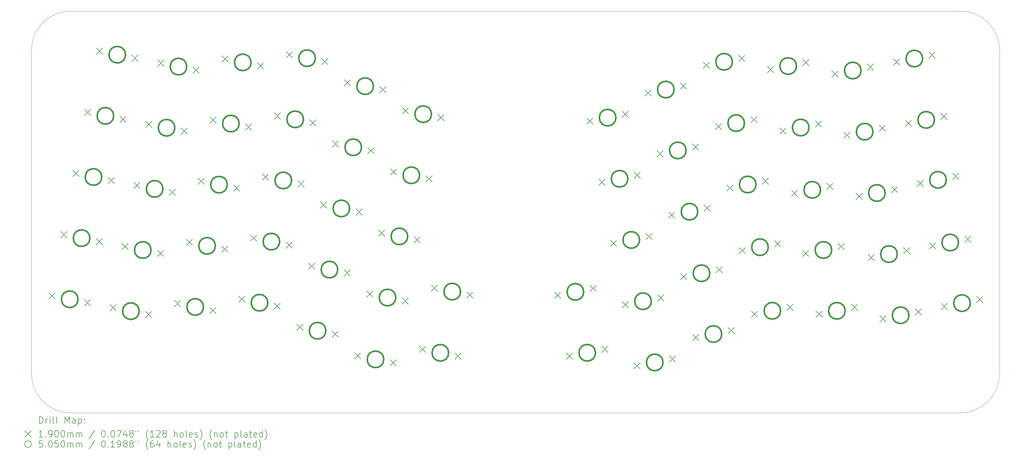
<source format=gbr>
%TF.GenerationSoftware,KiCad,Pcbnew,7.0.1-0*%
%TF.CreationDate,2024-04-28T15:56:18-07:00*%
%TF.ProjectId,swing-atreus,7377696e-672d-4617-9472-6575732e6b69,rev?*%
%TF.SameCoordinates,Original*%
%TF.FileFunction,Drillmap*%
%TF.FilePolarity,Positive*%
%FSLAX45Y45*%
G04 Gerber Fmt 4.5, Leading zero omitted, Abs format (unit mm)*
G04 Created by KiCad (PCBNEW 7.0.1-0) date 2024-04-28 15:56:18*
%MOMM*%
%LPD*%
G01*
G04 APERTURE LIST*
%ADD10C,0.050000*%
%ADD11C,0.200000*%
%ADD12C,0.190000*%
%ADD13C,0.505000*%
G04 APERTURE END LIST*
D10*
X7821472Y-5968972D02*
G75*
G03*
X6621472Y-7168972I0J-1200000D01*
G01*
X36138972Y-7168972D02*
G75*
G03*
X34938972Y-5968972I-1200000J0D01*
G01*
X7821472Y-5968972D02*
X34938972Y-5968972D01*
X6621472Y-17031472D02*
G75*
G03*
X7821472Y-18231472I1200000J0D01*
G01*
X6621472Y-17031472D02*
X6621472Y-7168972D01*
X34938972Y-18231472D02*
G75*
G03*
X36138972Y-17031472I0J1200000D01*
G01*
X36138972Y-7168972D02*
X36138972Y-17031472D01*
X34938972Y-18231472D02*
X7821472Y-18231472D01*
D11*
D12*
X7155723Y-14563672D02*
X7345723Y-14753672D01*
X7345723Y-14563672D02*
X7155723Y-14753672D01*
X7518260Y-12698580D02*
X7708260Y-12888580D01*
X7708260Y-12698580D02*
X7518260Y-12888580D01*
X7880797Y-10833489D02*
X8070797Y-11023489D01*
X8070797Y-10833489D02*
X7880797Y-11023489D01*
X8235513Y-14773562D02*
X8425513Y-14963562D01*
X8425513Y-14773562D02*
X8235513Y-14963562D01*
X8243334Y-8968397D02*
X8433335Y-9158397D01*
X8433335Y-8968397D02*
X8243334Y-9158397D01*
X8598050Y-12908470D02*
X8788050Y-13098470D01*
X8788050Y-12908470D02*
X8598050Y-13098470D01*
X8605872Y-7103305D02*
X8795872Y-7293305D01*
X8795872Y-7103305D02*
X8605872Y-7293305D01*
X8960588Y-11043378D02*
X9150588Y-11233378D01*
X9150588Y-11043378D02*
X8960588Y-11233378D01*
X9020815Y-14926209D02*
X9210815Y-15116209D01*
X9210815Y-14926209D02*
X9020815Y-15116209D01*
X9323125Y-9178287D02*
X9513125Y-9368287D01*
X9513125Y-9178287D02*
X9323125Y-9368287D01*
X9383352Y-13061117D02*
X9573352Y-13251117D01*
X9573352Y-13061117D02*
X9383352Y-13251117D01*
X9685662Y-7313195D02*
X9875662Y-7503195D01*
X9875662Y-7313195D02*
X9685662Y-7503195D01*
X9745889Y-11196026D02*
X9935889Y-11386026D01*
X9935889Y-11196026D02*
X9745889Y-11386026D01*
X10100605Y-15136099D02*
X10290605Y-15326099D01*
X10290605Y-15136099D02*
X10100605Y-15326099D01*
X10108426Y-9330934D02*
X10298426Y-9520934D01*
X10298426Y-9330934D02*
X10108426Y-9520934D01*
X10463142Y-13271007D02*
X10653142Y-13461007D01*
X10653142Y-13271007D02*
X10463142Y-13461007D01*
X10470963Y-7465842D02*
X10660963Y-7655842D01*
X10660963Y-7465842D02*
X10470963Y-7655842D01*
X10825679Y-11405915D02*
X11015679Y-11595915D01*
X11015679Y-11405915D02*
X10825679Y-11595915D01*
X10981311Y-14797932D02*
X11171311Y-14987932D01*
X11171311Y-14797932D02*
X10981311Y-14987932D01*
X11188216Y-9540824D02*
X11378216Y-9730824D01*
X11378216Y-9540824D02*
X11188216Y-9730824D01*
X11343848Y-12932841D02*
X11533848Y-13122841D01*
X11533848Y-12932841D02*
X11343848Y-13122841D01*
X11550753Y-7675732D02*
X11740753Y-7865732D01*
X11740753Y-7675732D02*
X11550753Y-7865732D01*
X11706385Y-11067749D02*
X11896385Y-11257749D01*
X11896385Y-11067749D02*
X11706385Y-11257749D01*
X12061101Y-15007822D02*
X12251101Y-15197822D01*
X12251101Y-15007822D02*
X12061101Y-15197822D01*
X12068922Y-9202657D02*
X12258922Y-9392657D01*
X12258922Y-9202657D02*
X12068922Y-9392657D01*
X12423638Y-13142730D02*
X12613638Y-13332730D01*
X12613638Y-13142730D02*
X12423638Y-13332730D01*
X12431459Y-7337566D02*
X12621459Y-7527566D01*
X12621459Y-7337566D02*
X12431459Y-7527566D01*
X12786175Y-11277639D02*
X12976175Y-11467639D01*
X12976175Y-11277639D02*
X12786175Y-11467639D01*
X12941807Y-14669656D02*
X13131807Y-14859656D01*
X13131807Y-14669656D02*
X12941807Y-14859656D01*
X13148712Y-9412547D02*
X13338712Y-9602547D01*
X13338712Y-9412547D02*
X13148712Y-9602547D01*
X13304344Y-12804564D02*
X13494344Y-12994564D01*
X13494344Y-12804564D02*
X13304344Y-12994564D01*
X13511249Y-7547456D02*
X13701249Y-7737456D01*
X13701249Y-7547456D02*
X13511249Y-7737456D01*
X13666881Y-10939473D02*
X13856881Y-11129473D01*
X13856881Y-10939473D02*
X13666881Y-11129473D01*
X14021597Y-14879546D02*
X14211597Y-15069546D01*
X14211597Y-14879546D02*
X14021597Y-15069546D01*
X14029418Y-9074381D02*
X14219418Y-9264381D01*
X14219418Y-9074381D02*
X14029418Y-9264381D01*
X14384134Y-13014454D02*
X14574134Y-13204454D01*
X14574134Y-13014454D02*
X14384134Y-13204454D01*
X14391956Y-7209289D02*
X14581956Y-7399289D01*
X14581956Y-7209289D02*
X14391956Y-7399289D01*
X14711494Y-15523007D02*
X14901494Y-15713007D01*
X14901494Y-15523007D02*
X14711494Y-15713007D01*
X14746671Y-11149362D02*
X14936671Y-11339362D01*
X14936671Y-11149362D02*
X14746671Y-11339362D01*
X15074031Y-13657915D02*
X15264031Y-13847915D01*
X15264031Y-13657915D02*
X15074031Y-13847915D01*
X15109208Y-9284271D02*
X15299208Y-9474271D01*
X15299208Y-9284271D02*
X15109208Y-9474271D01*
X15436568Y-11792823D02*
X15626568Y-11982823D01*
X15626568Y-11792823D02*
X15436568Y-11982823D01*
X15471746Y-7419179D02*
X15661746Y-7609179D01*
X15661746Y-7419179D02*
X15471746Y-7609179D01*
X15791284Y-15732896D02*
X15981284Y-15922896D01*
X15981284Y-15732896D02*
X15791284Y-15922896D01*
X15799106Y-9927732D02*
X15989106Y-10117732D01*
X15989106Y-9927732D02*
X15799106Y-10117732D01*
X16153821Y-13867805D02*
X16343821Y-14057805D01*
X16343821Y-13867805D02*
X16153821Y-14057805D01*
X16161643Y-8062640D02*
X16351643Y-8252640D01*
X16351643Y-8062640D02*
X16161643Y-8252640D01*
X16477365Y-16395990D02*
X16667365Y-16585990D01*
X16667365Y-16395990D02*
X16477365Y-16585990D01*
X16516358Y-12002713D02*
X16706358Y-12192713D01*
X16706358Y-12002713D02*
X16516358Y-12192713D01*
X16843719Y-14511266D02*
X17033719Y-14701266D01*
X17033719Y-14511266D02*
X16843719Y-14701266D01*
X16878896Y-10137621D02*
X17068896Y-10327621D01*
X17068896Y-10137621D02*
X16878896Y-10327621D01*
X17206256Y-12646174D02*
X17396256Y-12836174D01*
X17396256Y-12646174D02*
X17206256Y-12836174D01*
X17241433Y-8272530D02*
X17431433Y-8462530D01*
X17431433Y-8272530D02*
X17241433Y-8462530D01*
X17557155Y-16605880D02*
X17747155Y-16795880D01*
X17747155Y-16605880D02*
X17557155Y-16795880D01*
X17568793Y-10781082D02*
X17758793Y-10971082D01*
X17758793Y-10781082D02*
X17568793Y-10971082D01*
X17923509Y-14721155D02*
X18113509Y-14911155D01*
X18113509Y-14721155D02*
X17923509Y-14911155D01*
X17931330Y-8915991D02*
X18121330Y-9105991D01*
X18121330Y-8915991D02*
X17931330Y-9105991D01*
X18286046Y-12856064D02*
X18476046Y-13046064D01*
X18476046Y-12856064D02*
X18286046Y-13046064D01*
X18454149Y-16197022D02*
X18644149Y-16387022D01*
X18644149Y-16197022D02*
X18454149Y-16387022D01*
X18648583Y-10990972D02*
X18838583Y-11180972D01*
X18838583Y-10990972D02*
X18648583Y-11180972D01*
X18817163Y-14329477D02*
X19007163Y-14519477D01*
X19007163Y-14329477D02*
X18817163Y-14519477D01*
X19011120Y-9125880D02*
X19201120Y-9315880D01*
X19201120Y-9125880D02*
X19011120Y-9315880D01*
X19533939Y-16406912D02*
X19723939Y-16596912D01*
X19723939Y-16406912D02*
X19533939Y-16596912D01*
X19896953Y-14539366D02*
X20086953Y-14729366D01*
X20086953Y-14539366D02*
X19896953Y-14729366D01*
X22570404Y-14548077D02*
X22760404Y-14738077D01*
X22760404Y-14548077D02*
X22570404Y-14738077D01*
X22931510Y-16405806D02*
X23121510Y-16595806D01*
X23121510Y-16405806D02*
X22931510Y-16595806D01*
X23554257Y-9232690D02*
X23744257Y-9422690D01*
X23744257Y-9232690D02*
X23554257Y-9422690D01*
X23650194Y-14338187D02*
X23840194Y-14528187D01*
X23840194Y-14338187D02*
X23650194Y-14528187D01*
X23919248Y-11097305D02*
X24109248Y-11287305D01*
X24109248Y-11097305D02*
X23919248Y-11287305D01*
X24011300Y-16195916D02*
X24201300Y-16385916D01*
X24201300Y-16195916D02*
X24011300Y-16385916D01*
X24274423Y-12963828D02*
X24464423Y-13153828D01*
X24464423Y-12963828D02*
X24274423Y-13153828D01*
X24632529Y-14832327D02*
X24822529Y-15022327D01*
X24822529Y-14832327D02*
X24632529Y-15022327D01*
X24634047Y-9022800D02*
X24824047Y-9212800D01*
X24824047Y-9022800D02*
X24634047Y-9212800D01*
X24990635Y-16700827D02*
X25180635Y-16890827D01*
X25180635Y-16700827D02*
X24990635Y-16890827D01*
X24999038Y-10887415D02*
X25189038Y-11077415D01*
X25189038Y-10887415D02*
X24999038Y-11077415D01*
X25328375Y-8375931D02*
X25518375Y-8565931D01*
X25518375Y-8375931D02*
X25328375Y-8565931D01*
X25354213Y-12753938D02*
X25544213Y-12943938D01*
X25544213Y-12753938D02*
X25354213Y-12943938D01*
X25694389Y-10232707D02*
X25884389Y-10422707D01*
X25884389Y-10232707D02*
X25694389Y-10422707D01*
X25712319Y-14622437D02*
X25902319Y-14812437D01*
X25902319Y-14622437D02*
X25712319Y-14812437D01*
X26050041Y-12101684D02*
X26240041Y-12291684D01*
X26240041Y-12101684D02*
X26050041Y-12291684D01*
X26070425Y-16490937D02*
X26260425Y-16680937D01*
X26260425Y-16490937D02*
X26070425Y-16680937D01*
X26408165Y-8166042D02*
X26598165Y-8356042D01*
X26598165Y-8166042D02*
X26408165Y-8356042D01*
X26414963Y-13979046D02*
X26604963Y-14169046D01*
X26604963Y-13979046D02*
X26414963Y-14169046D01*
X26774179Y-10022817D02*
X26964179Y-10212817D01*
X26964179Y-10022817D02*
X26774179Y-10212817D01*
X26780500Y-15833367D02*
X26970500Y-16023367D01*
X26970500Y-15833367D02*
X26780500Y-16023367D01*
X27104401Y-7528989D02*
X27294401Y-7718989D01*
X27294401Y-7528989D02*
X27104401Y-7718989D01*
X27129831Y-11891794D02*
X27319831Y-12081794D01*
X27319831Y-11891794D02*
X27129831Y-12081794D01*
X27473278Y-9400489D02*
X27663278Y-9590489D01*
X27663278Y-9400489D02*
X27473278Y-9590489D01*
X27494753Y-13769156D02*
X27684753Y-13959156D01*
X27684753Y-13769156D02*
X27494753Y-13959156D01*
X27824498Y-11272874D02*
X28014498Y-11462874D01*
X28014498Y-11272874D02*
X27824498Y-11462874D01*
X27860290Y-15623477D02*
X28050290Y-15813477D01*
X28050290Y-15623477D02*
X27860290Y-15813477D01*
X28184191Y-7319099D02*
X28374191Y-7509099D01*
X28374191Y-7319099D02*
X28184191Y-7509099D01*
X28198553Y-13184115D02*
X28388553Y-13374115D01*
X28388553Y-13184115D02*
X28198553Y-13374115D01*
X28553068Y-9190599D02*
X28743068Y-9380599D01*
X28743068Y-9190599D02*
X28553068Y-9380599D01*
X28575878Y-15125283D02*
X28765878Y-15315283D01*
X28765878Y-15125283D02*
X28575878Y-15315283D01*
X28904288Y-11062984D02*
X29094288Y-11252984D01*
X29094288Y-11062984D02*
X28904288Y-11252984D01*
X29057535Y-7658696D02*
X29247535Y-7848696D01*
X29247535Y-7658696D02*
X29057535Y-7848696D01*
X29278343Y-12974226D02*
X29468343Y-13164226D01*
X29468343Y-12974226D02*
X29278343Y-13164226D01*
X29440113Y-9535173D02*
X29630113Y-9725173D01*
X29630113Y-9535173D02*
X29440113Y-9725173D01*
X29655668Y-14915393D02*
X29845668Y-15105393D01*
X29845668Y-14915393D02*
X29655668Y-15105393D01*
X29791673Y-11435507D02*
X29981673Y-11625507D01*
X29981673Y-11435507D02*
X29791673Y-11625507D01*
X30132807Y-13269104D02*
X30322807Y-13459104D01*
X30322807Y-13269104D02*
X30132807Y-13459104D01*
X30137325Y-7448807D02*
X30327325Y-7638807D01*
X30327325Y-7448807D02*
X30137325Y-7638807D01*
X30519903Y-9325284D02*
X30709903Y-9515284D01*
X30709903Y-9325284D02*
X30519903Y-9515284D01*
X30541972Y-15125132D02*
X30731972Y-15315132D01*
X30731972Y-15125132D02*
X30541972Y-15315132D01*
X30871463Y-11225617D02*
X31061463Y-11415617D01*
X31061463Y-11225617D02*
X30871463Y-11415617D01*
X31027302Y-7795358D02*
X31217302Y-7985358D01*
X31217302Y-7795358D02*
X31027302Y-7985358D01*
X31212597Y-13059214D02*
X31402597Y-13249214D01*
X31402597Y-13059214D02*
X31212597Y-13249214D01*
X31389839Y-9660450D02*
X31579839Y-9850450D01*
X31579839Y-9660450D02*
X31389839Y-9850450D01*
X31621762Y-14915242D02*
X31811762Y-15105242D01*
X31811762Y-14915242D02*
X31621762Y-15105242D01*
X31761169Y-11531473D02*
X31951169Y-11721473D01*
X31951169Y-11531473D02*
X31761169Y-11721473D01*
X32107092Y-7585468D02*
X32297092Y-7775468D01*
X32297092Y-7585468D02*
X32107092Y-7775468D01*
X32131068Y-13395133D02*
X32321068Y-13585133D01*
X32321068Y-13395133D02*
X32131068Y-13585133D01*
X32469629Y-9450560D02*
X32659629Y-9640560D01*
X32659629Y-9450560D02*
X32469629Y-9640560D01*
X32486243Y-15261656D02*
X32676243Y-15451656D01*
X32676243Y-15261656D02*
X32486243Y-15451656D01*
X32840959Y-11321583D02*
X33030959Y-11511583D01*
X33030959Y-11321583D02*
X32840959Y-11511583D01*
X32904664Y-7430436D02*
X33094664Y-7620436D01*
X33094664Y-7430436D02*
X32904664Y-7620436D01*
X33210858Y-13185243D02*
X33400858Y-13375243D01*
X33400858Y-13185243D02*
X33210858Y-13375243D01*
X33265701Y-9300913D02*
X33455701Y-9490913D01*
X33455701Y-9300913D02*
X33265701Y-9490913D01*
X33566033Y-15051766D02*
X33756033Y-15241766D01*
X33756033Y-15051766D02*
X33566033Y-15241766D01*
X33626468Y-11130693D02*
X33816468Y-11320693D01*
X33816468Y-11130693D02*
X33626468Y-11320693D01*
X33984454Y-7220546D02*
X34174454Y-7410546D01*
X34174454Y-7220546D02*
X33984454Y-7410546D01*
X33998068Y-13042412D02*
X34188068Y-13232412D01*
X34188068Y-13042412D02*
X33998068Y-13232412D01*
X34345491Y-9091023D02*
X34535491Y-9281023D01*
X34535491Y-9091023D02*
X34345491Y-9281023D01*
X34357266Y-14890325D02*
X34547266Y-15080325D01*
X34547266Y-14890325D02*
X34357266Y-15080325D01*
X34706258Y-10920804D02*
X34896258Y-11110804D01*
X34896258Y-10920804D02*
X34706258Y-11110804D01*
X35077858Y-12832523D02*
X35267858Y-13022523D01*
X35267858Y-12832523D02*
X35077858Y-13022523D01*
X35437056Y-14680436D02*
X35627056Y-14870436D01*
X35627056Y-14680436D02*
X35437056Y-14870436D01*
D13*
X8043118Y-14763617D02*
G75*
G03*
X8043118Y-14763617I-252500J0D01*
G01*
X8405655Y-12898525D02*
G75*
G03*
X8405655Y-12898525I-252500J0D01*
G01*
X8768193Y-11033433D02*
G75*
G03*
X8768193Y-11033433I-252500J0D01*
G01*
X9130730Y-9168342D02*
G75*
G03*
X9130730Y-9168342I-252500J0D01*
G01*
X9493267Y-7303250D02*
G75*
G03*
X9493267Y-7303250I-252500J0D01*
G01*
X9908210Y-15126154D02*
G75*
G03*
X9908210Y-15126154I-252500J0D01*
G01*
X10270747Y-13261062D02*
G75*
G03*
X10270747Y-13261062I-252500J0D01*
G01*
X10633284Y-11395970D02*
G75*
G03*
X10633284Y-11395970I-252500J0D01*
G01*
X10995821Y-9530879D02*
G75*
G03*
X10995821Y-9530879I-252500J0D01*
G01*
X11358358Y-7665787D02*
G75*
G03*
X11358358Y-7665787I-252500J0D01*
G01*
X11868706Y-14997877D02*
G75*
G03*
X11868706Y-14997877I-252500J0D01*
G01*
X12231243Y-13132786D02*
G75*
G03*
X12231243Y-13132786I-252500J0D01*
G01*
X12593780Y-11267694D02*
G75*
G03*
X12593780Y-11267694I-252500J0D01*
G01*
X12956317Y-9402602D02*
G75*
G03*
X12956317Y-9402602I-252500J0D01*
G01*
X13318854Y-7537511D02*
G75*
G03*
X13318854Y-7537511I-252500J0D01*
G01*
X13829202Y-14869601D02*
G75*
G03*
X13829202Y-14869601I-252500J0D01*
G01*
X14191739Y-13004509D02*
G75*
G03*
X14191739Y-13004509I-252500J0D01*
G01*
X14554276Y-11139418D02*
G75*
G03*
X14554276Y-11139418I-252500J0D01*
G01*
X14916813Y-9274326D02*
G75*
G03*
X14916813Y-9274326I-252500J0D01*
G01*
X15279351Y-7409234D02*
G75*
G03*
X15279351Y-7409234I-252500J0D01*
G01*
X15598889Y-15722951D02*
G75*
G03*
X15598889Y-15722951I-252500J0D01*
G01*
X15961426Y-13857860D02*
G75*
G03*
X15961426Y-13857860I-252500J0D01*
G01*
X16323963Y-11992768D02*
G75*
G03*
X16323963Y-11992768I-252500J0D01*
G01*
X16686501Y-10127677D02*
G75*
G03*
X16686501Y-10127677I-252500J0D01*
G01*
X17049038Y-8262585D02*
G75*
G03*
X17049038Y-8262585I-252500J0D01*
G01*
X17364760Y-16595935D02*
G75*
G03*
X17364760Y-16595935I-252500J0D01*
G01*
X17731114Y-14711210D02*
G75*
G03*
X17731114Y-14711210I-252500J0D01*
G01*
X18093651Y-12846119D02*
G75*
G03*
X18093651Y-12846119I-252500J0D01*
G01*
X18456188Y-10981027D02*
G75*
G03*
X18456188Y-10981027I-252500J0D01*
G01*
X18818725Y-9115936D02*
G75*
G03*
X18818725Y-9115936I-252500J0D01*
G01*
X19341544Y-16396967D02*
G75*
G03*
X19341544Y-16396967I-252500J0D01*
G01*
X19704558Y-14529421D02*
G75*
G03*
X19704558Y-14529421I-252500J0D01*
G01*
X23457799Y-14538132D02*
G75*
G03*
X23457799Y-14538132I-252500J0D01*
G01*
X23818905Y-16395861D02*
G75*
G03*
X23818905Y-16395861I-252500J0D01*
G01*
X24441652Y-9222745D02*
G75*
G03*
X24441652Y-9222745I-252500J0D01*
G01*
X24806643Y-11087360D02*
G75*
G03*
X24806643Y-11087360I-252500J0D01*
G01*
X25161818Y-12953883D02*
G75*
G03*
X25161818Y-12953883I-252500J0D01*
G01*
X25519924Y-14822382D02*
G75*
G03*
X25519924Y-14822382I-252500J0D01*
G01*
X25878030Y-16690882D02*
G75*
G03*
X25878030Y-16690882I-252500J0D01*
G01*
X26215770Y-8365986D02*
G75*
G03*
X26215770Y-8365986I-252500J0D01*
G01*
X26581784Y-10222762D02*
G75*
G03*
X26581784Y-10222762I-252500J0D01*
G01*
X26937436Y-12091739D02*
G75*
G03*
X26937436Y-12091739I-252500J0D01*
G01*
X27302358Y-13969101D02*
G75*
G03*
X27302358Y-13969101I-252500J0D01*
G01*
X27667895Y-15823422D02*
G75*
G03*
X27667895Y-15823422I-252500J0D01*
G01*
X27991796Y-7519044D02*
G75*
G03*
X27991796Y-7519044I-252500J0D01*
G01*
X28360673Y-9390544D02*
G75*
G03*
X28360673Y-9390544I-252500J0D01*
G01*
X28711893Y-11262929D02*
G75*
G03*
X28711893Y-11262929I-252500J0D01*
G01*
X29085948Y-13174171D02*
G75*
G03*
X29085948Y-13174171I-252500J0D01*
G01*
X29463273Y-15115338D02*
G75*
G03*
X29463273Y-15115338I-252500J0D01*
G01*
X29944930Y-7648752D02*
G75*
G03*
X29944930Y-7648752I-252500J0D01*
G01*
X30327508Y-9525229D02*
G75*
G03*
X30327508Y-9525229I-252500J0D01*
G01*
X30679068Y-11425562D02*
G75*
G03*
X30679068Y-11425562I-252500J0D01*
G01*
X31020202Y-13259159D02*
G75*
G03*
X31020202Y-13259159I-252500J0D01*
G01*
X31429367Y-15115187D02*
G75*
G03*
X31429367Y-15115187I-252500J0D01*
G01*
X31914697Y-7785413D02*
G75*
G03*
X31914697Y-7785413I-252500J0D01*
G01*
X32277234Y-9650505D02*
G75*
G03*
X32277234Y-9650505I-252500J0D01*
G01*
X32648564Y-11521528D02*
G75*
G03*
X32648564Y-11521528I-252500J0D01*
G01*
X33018463Y-13385188D02*
G75*
G03*
X33018463Y-13385188I-252500J0D01*
G01*
X33373638Y-15251711D02*
G75*
G03*
X33373638Y-15251711I-252500J0D01*
G01*
X33792059Y-7420491D02*
G75*
G03*
X33792059Y-7420491I-252500J0D01*
G01*
X34153096Y-9290968D02*
G75*
G03*
X34153096Y-9290968I-252500J0D01*
G01*
X34513863Y-11120749D02*
G75*
G03*
X34513863Y-11120749I-252500J0D01*
G01*
X34885463Y-13032467D02*
G75*
G03*
X34885463Y-13032467I-252500J0D01*
G01*
X35244661Y-14880381D02*
G75*
G03*
X35244661Y-14880381I-252500J0D01*
G01*
D11*
X6866591Y-18546496D02*
X6866591Y-18346496D01*
X6866591Y-18346496D02*
X6914210Y-18346496D01*
X6914210Y-18346496D02*
X6942781Y-18356020D01*
X6942781Y-18356020D02*
X6961829Y-18375067D01*
X6961829Y-18375067D02*
X6971353Y-18394115D01*
X6971353Y-18394115D02*
X6980877Y-18432210D01*
X6980877Y-18432210D02*
X6980877Y-18460781D01*
X6980877Y-18460781D02*
X6971353Y-18498877D01*
X6971353Y-18498877D02*
X6961829Y-18517924D01*
X6961829Y-18517924D02*
X6942781Y-18536972D01*
X6942781Y-18536972D02*
X6914210Y-18546496D01*
X6914210Y-18546496D02*
X6866591Y-18546496D01*
X7066591Y-18546496D02*
X7066591Y-18413162D01*
X7066591Y-18451258D02*
X7076115Y-18432210D01*
X7076115Y-18432210D02*
X7085638Y-18422686D01*
X7085638Y-18422686D02*
X7104686Y-18413162D01*
X7104686Y-18413162D02*
X7123734Y-18413162D01*
X7190400Y-18546496D02*
X7190400Y-18413162D01*
X7190400Y-18346496D02*
X7180877Y-18356020D01*
X7180877Y-18356020D02*
X7190400Y-18365543D01*
X7190400Y-18365543D02*
X7199924Y-18356020D01*
X7199924Y-18356020D02*
X7190400Y-18346496D01*
X7190400Y-18346496D02*
X7190400Y-18365543D01*
X7314210Y-18546496D02*
X7295162Y-18536972D01*
X7295162Y-18536972D02*
X7285638Y-18517924D01*
X7285638Y-18517924D02*
X7285638Y-18346496D01*
X7418972Y-18546496D02*
X7399924Y-18536972D01*
X7399924Y-18536972D02*
X7390400Y-18517924D01*
X7390400Y-18517924D02*
X7390400Y-18346496D01*
X7647543Y-18546496D02*
X7647543Y-18346496D01*
X7647543Y-18346496D02*
X7714210Y-18489353D01*
X7714210Y-18489353D02*
X7780877Y-18346496D01*
X7780877Y-18346496D02*
X7780877Y-18546496D01*
X7961829Y-18546496D02*
X7961829Y-18441734D01*
X7961829Y-18441734D02*
X7952305Y-18422686D01*
X7952305Y-18422686D02*
X7933258Y-18413162D01*
X7933258Y-18413162D02*
X7895162Y-18413162D01*
X7895162Y-18413162D02*
X7876115Y-18422686D01*
X7961829Y-18536972D02*
X7942781Y-18546496D01*
X7942781Y-18546496D02*
X7895162Y-18546496D01*
X7895162Y-18546496D02*
X7876115Y-18536972D01*
X7876115Y-18536972D02*
X7866591Y-18517924D01*
X7866591Y-18517924D02*
X7866591Y-18498877D01*
X7866591Y-18498877D02*
X7876115Y-18479829D01*
X7876115Y-18479829D02*
X7895162Y-18470305D01*
X7895162Y-18470305D02*
X7942781Y-18470305D01*
X7942781Y-18470305D02*
X7961829Y-18460781D01*
X8057067Y-18413162D02*
X8057067Y-18613162D01*
X8057067Y-18422686D02*
X8076115Y-18413162D01*
X8076115Y-18413162D02*
X8114210Y-18413162D01*
X8114210Y-18413162D02*
X8133258Y-18422686D01*
X8133258Y-18422686D02*
X8142781Y-18432210D01*
X8142781Y-18432210D02*
X8152305Y-18451258D01*
X8152305Y-18451258D02*
X8152305Y-18508400D01*
X8152305Y-18508400D02*
X8142781Y-18527448D01*
X8142781Y-18527448D02*
X8133258Y-18536972D01*
X8133258Y-18536972D02*
X8114210Y-18546496D01*
X8114210Y-18546496D02*
X8076115Y-18546496D01*
X8076115Y-18546496D02*
X8057067Y-18536972D01*
X8238019Y-18527448D02*
X8247543Y-18536972D01*
X8247543Y-18536972D02*
X8238019Y-18546496D01*
X8238019Y-18546496D02*
X8228496Y-18536972D01*
X8228496Y-18536972D02*
X8238019Y-18527448D01*
X8238019Y-18527448D02*
X8238019Y-18546496D01*
X8238019Y-18422686D02*
X8247543Y-18432210D01*
X8247543Y-18432210D02*
X8238019Y-18441734D01*
X8238019Y-18441734D02*
X8228496Y-18432210D01*
X8228496Y-18432210D02*
X8238019Y-18422686D01*
X8238019Y-18422686D02*
X8238019Y-18441734D01*
D12*
X6428972Y-18778972D02*
X6618972Y-18968972D01*
X6618972Y-18778972D02*
X6428972Y-18968972D01*
D11*
X6971353Y-18966496D02*
X6857067Y-18966496D01*
X6914210Y-18966496D02*
X6914210Y-18766496D01*
X6914210Y-18766496D02*
X6895162Y-18795067D01*
X6895162Y-18795067D02*
X6876115Y-18814115D01*
X6876115Y-18814115D02*
X6857067Y-18823639D01*
X7057067Y-18947448D02*
X7066591Y-18956972D01*
X7066591Y-18956972D02*
X7057067Y-18966496D01*
X7057067Y-18966496D02*
X7047543Y-18956972D01*
X7047543Y-18956972D02*
X7057067Y-18947448D01*
X7057067Y-18947448D02*
X7057067Y-18966496D01*
X7161829Y-18966496D02*
X7199924Y-18966496D01*
X7199924Y-18966496D02*
X7218972Y-18956972D01*
X7218972Y-18956972D02*
X7228496Y-18947448D01*
X7228496Y-18947448D02*
X7247543Y-18918877D01*
X7247543Y-18918877D02*
X7257067Y-18880781D01*
X7257067Y-18880781D02*
X7257067Y-18804591D01*
X7257067Y-18804591D02*
X7247543Y-18785543D01*
X7247543Y-18785543D02*
X7238019Y-18776020D01*
X7238019Y-18776020D02*
X7218972Y-18766496D01*
X7218972Y-18766496D02*
X7180877Y-18766496D01*
X7180877Y-18766496D02*
X7161829Y-18776020D01*
X7161829Y-18776020D02*
X7152305Y-18785543D01*
X7152305Y-18785543D02*
X7142781Y-18804591D01*
X7142781Y-18804591D02*
X7142781Y-18852210D01*
X7142781Y-18852210D02*
X7152305Y-18871258D01*
X7152305Y-18871258D02*
X7161829Y-18880781D01*
X7161829Y-18880781D02*
X7180877Y-18890305D01*
X7180877Y-18890305D02*
X7218972Y-18890305D01*
X7218972Y-18890305D02*
X7238019Y-18880781D01*
X7238019Y-18880781D02*
X7247543Y-18871258D01*
X7247543Y-18871258D02*
X7257067Y-18852210D01*
X7380877Y-18766496D02*
X7399924Y-18766496D01*
X7399924Y-18766496D02*
X7418972Y-18776020D01*
X7418972Y-18776020D02*
X7428496Y-18785543D01*
X7428496Y-18785543D02*
X7438019Y-18804591D01*
X7438019Y-18804591D02*
X7447543Y-18842686D01*
X7447543Y-18842686D02*
X7447543Y-18890305D01*
X7447543Y-18890305D02*
X7438019Y-18928400D01*
X7438019Y-18928400D02*
X7428496Y-18947448D01*
X7428496Y-18947448D02*
X7418972Y-18956972D01*
X7418972Y-18956972D02*
X7399924Y-18966496D01*
X7399924Y-18966496D02*
X7380877Y-18966496D01*
X7380877Y-18966496D02*
X7361829Y-18956972D01*
X7361829Y-18956972D02*
X7352305Y-18947448D01*
X7352305Y-18947448D02*
X7342781Y-18928400D01*
X7342781Y-18928400D02*
X7333258Y-18890305D01*
X7333258Y-18890305D02*
X7333258Y-18842686D01*
X7333258Y-18842686D02*
X7342781Y-18804591D01*
X7342781Y-18804591D02*
X7352305Y-18785543D01*
X7352305Y-18785543D02*
X7361829Y-18776020D01*
X7361829Y-18776020D02*
X7380877Y-18766496D01*
X7571353Y-18766496D02*
X7590400Y-18766496D01*
X7590400Y-18766496D02*
X7609448Y-18776020D01*
X7609448Y-18776020D02*
X7618972Y-18785543D01*
X7618972Y-18785543D02*
X7628496Y-18804591D01*
X7628496Y-18804591D02*
X7638019Y-18842686D01*
X7638019Y-18842686D02*
X7638019Y-18890305D01*
X7638019Y-18890305D02*
X7628496Y-18928400D01*
X7628496Y-18928400D02*
X7618972Y-18947448D01*
X7618972Y-18947448D02*
X7609448Y-18956972D01*
X7609448Y-18956972D02*
X7590400Y-18966496D01*
X7590400Y-18966496D02*
X7571353Y-18966496D01*
X7571353Y-18966496D02*
X7552305Y-18956972D01*
X7552305Y-18956972D02*
X7542781Y-18947448D01*
X7542781Y-18947448D02*
X7533258Y-18928400D01*
X7533258Y-18928400D02*
X7523734Y-18890305D01*
X7523734Y-18890305D02*
X7523734Y-18842686D01*
X7523734Y-18842686D02*
X7533258Y-18804591D01*
X7533258Y-18804591D02*
X7542781Y-18785543D01*
X7542781Y-18785543D02*
X7552305Y-18776020D01*
X7552305Y-18776020D02*
X7571353Y-18766496D01*
X7723734Y-18966496D02*
X7723734Y-18833162D01*
X7723734Y-18852210D02*
X7733258Y-18842686D01*
X7733258Y-18842686D02*
X7752305Y-18833162D01*
X7752305Y-18833162D02*
X7780877Y-18833162D01*
X7780877Y-18833162D02*
X7799924Y-18842686D01*
X7799924Y-18842686D02*
X7809448Y-18861734D01*
X7809448Y-18861734D02*
X7809448Y-18966496D01*
X7809448Y-18861734D02*
X7818972Y-18842686D01*
X7818972Y-18842686D02*
X7838019Y-18833162D01*
X7838019Y-18833162D02*
X7866591Y-18833162D01*
X7866591Y-18833162D02*
X7885639Y-18842686D01*
X7885639Y-18842686D02*
X7895162Y-18861734D01*
X7895162Y-18861734D02*
X7895162Y-18966496D01*
X7990400Y-18966496D02*
X7990400Y-18833162D01*
X7990400Y-18852210D02*
X7999924Y-18842686D01*
X7999924Y-18842686D02*
X8018972Y-18833162D01*
X8018972Y-18833162D02*
X8047543Y-18833162D01*
X8047543Y-18833162D02*
X8066591Y-18842686D01*
X8066591Y-18842686D02*
X8076115Y-18861734D01*
X8076115Y-18861734D02*
X8076115Y-18966496D01*
X8076115Y-18861734D02*
X8085639Y-18842686D01*
X8085639Y-18842686D02*
X8104686Y-18833162D01*
X8104686Y-18833162D02*
X8133258Y-18833162D01*
X8133258Y-18833162D02*
X8152305Y-18842686D01*
X8152305Y-18842686D02*
X8161829Y-18861734D01*
X8161829Y-18861734D02*
X8161829Y-18966496D01*
X8552305Y-18756972D02*
X8380877Y-19014115D01*
X8809448Y-18766496D02*
X8828496Y-18766496D01*
X8828496Y-18766496D02*
X8847544Y-18776020D01*
X8847544Y-18776020D02*
X8857067Y-18785543D01*
X8857067Y-18785543D02*
X8866591Y-18804591D01*
X8866591Y-18804591D02*
X8876115Y-18842686D01*
X8876115Y-18842686D02*
X8876115Y-18890305D01*
X8876115Y-18890305D02*
X8866591Y-18928400D01*
X8866591Y-18928400D02*
X8857067Y-18947448D01*
X8857067Y-18947448D02*
X8847544Y-18956972D01*
X8847544Y-18956972D02*
X8828496Y-18966496D01*
X8828496Y-18966496D02*
X8809448Y-18966496D01*
X8809448Y-18966496D02*
X8790401Y-18956972D01*
X8790401Y-18956972D02*
X8780877Y-18947448D01*
X8780877Y-18947448D02*
X8771353Y-18928400D01*
X8771353Y-18928400D02*
X8761829Y-18890305D01*
X8761829Y-18890305D02*
X8761829Y-18842686D01*
X8761829Y-18842686D02*
X8771353Y-18804591D01*
X8771353Y-18804591D02*
X8780877Y-18785543D01*
X8780877Y-18785543D02*
X8790401Y-18776020D01*
X8790401Y-18776020D02*
X8809448Y-18766496D01*
X8961829Y-18947448D02*
X8971353Y-18956972D01*
X8971353Y-18956972D02*
X8961829Y-18966496D01*
X8961829Y-18966496D02*
X8952305Y-18956972D01*
X8952305Y-18956972D02*
X8961829Y-18947448D01*
X8961829Y-18947448D02*
X8961829Y-18966496D01*
X9095163Y-18766496D02*
X9114210Y-18766496D01*
X9114210Y-18766496D02*
X9133258Y-18776020D01*
X9133258Y-18776020D02*
X9142782Y-18785543D01*
X9142782Y-18785543D02*
X9152305Y-18804591D01*
X9152305Y-18804591D02*
X9161829Y-18842686D01*
X9161829Y-18842686D02*
X9161829Y-18890305D01*
X9161829Y-18890305D02*
X9152305Y-18928400D01*
X9152305Y-18928400D02*
X9142782Y-18947448D01*
X9142782Y-18947448D02*
X9133258Y-18956972D01*
X9133258Y-18956972D02*
X9114210Y-18966496D01*
X9114210Y-18966496D02*
X9095163Y-18966496D01*
X9095163Y-18966496D02*
X9076115Y-18956972D01*
X9076115Y-18956972D02*
X9066591Y-18947448D01*
X9066591Y-18947448D02*
X9057067Y-18928400D01*
X9057067Y-18928400D02*
X9047544Y-18890305D01*
X9047544Y-18890305D02*
X9047544Y-18842686D01*
X9047544Y-18842686D02*
X9057067Y-18804591D01*
X9057067Y-18804591D02*
X9066591Y-18785543D01*
X9066591Y-18785543D02*
X9076115Y-18776020D01*
X9076115Y-18776020D02*
X9095163Y-18766496D01*
X9228496Y-18766496D02*
X9361829Y-18766496D01*
X9361829Y-18766496D02*
X9276115Y-18966496D01*
X9523734Y-18833162D02*
X9523734Y-18966496D01*
X9476115Y-18756972D02*
X9428496Y-18899829D01*
X9428496Y-18899829D02*
X9552305Y-18899829D01*
X9657067Y-18852210D02*
X9638020Y-18842686D01*
X9638020Y-18842686D02*
X9628496Y-18833162D01*
X9628496Y-18833162D02*
X9618972Y-18814115D01*
X9618972Y-18814115D02*
X9618972Y-18804591D01*
X9618972Y-18804591D02*
X9628496Y-18785543D01*
X9628496Y-18785543D02*
X9638020Y-18776020D01*
X9638020Y-18776020D02*
X9657067Y-18766496D01*
X9657067Y-18766496D02*
X9695163Y-18766496D01*
X9695163Y-18766496D02*
X9714210Y-18776020D01*
X9714210Y-18776020D02*
X9723734Y-18785543D01*
X9723734Y-18785543D02*
X9733258Y-18804591D01*
X9733258Y-18804591D02*
X9733258Y-18814115D01*
X9733258Y-18814115D02*
X9723734Y-18833162D01*
X9723734Y-18833162D02*
X9714210Y-18842686D01*
X9714210Y-18842686D02*
X9695163Y-18852210D01*
X9695163Y-18852210D02*
X9657067Y-18852210D01*
X9657067Y-18852210D02*
X9638020Y-18861734D01*
X9638020Y-18861734D02*
X9628496Y-18871258D01*
X9628496Y-18871258D02*
X9618972Y-18890305D01*
X9618972Y-18890305D02*
X9618972Y-18928400D01*
X9618972Y-18928400D02*
X9628496Y-18947448D01*
X9628496Y-18947448D02*
X9638020Y-18956972D01*
X9638020Y-18956972D02*
X9657067Y-18966496D01*
X9657067Y-18966496D02*
X9695163Y-18966496D01*
X9695163Y-18966496D02*
X9714210Y-18956972D01*
X9714210Y-18956972D02*
X9723734Y-18947448D01*
X9723734Y-18947448D02*
X9733258Y-18928400D01*
X9733258Y-18928400D02*
X9733258Y-18890305D01*
X9733258Y-18890305D02*
X9723734Y-18871258D01*
X9723734Y-18871258D02*
X9714210Y-18861734D01*
X9714210Y-18861734D02*
X9695163Y-18852210D01*
X9809448Y-18766496D02*
X9809448Y-18804591D01*
X9885639Y-18766496D02*
X9885639Y-18804591D01*
X10180877Y-19042686D02*
X10171353Y-19033162D01*
X10171353Y-19033162D02*
X10152306Y-19004591D01*
X10152306Y-19004591D02*
X10142782Y-18985543D01*
X10142782Y-18985543D02*
X10133258Y-18956972D01*
X10133258Y-18956972D02*
X10123734Y-18909353D01*
X10123734Y-18909353D02*
X10123734Y-18871258D01*
X10123734Y-18871258D02*
X10133258Y-18823639D01*
X10133258Y-18823639D02*
X10142782Y-18795067D01*
X10142782Y-18795067D02*
X10152306Y-18776020D01*
X10152306Y-18776020D02*
X10171353Y-18747448D01*
X10171353Y-18747448D02*
X10180877Y-18737924D01*
X10361829Y-18966496D02*
X10247544Y-18966496D01*
X10304686Y-18966496D02*
X10304686Y-18766496D01*
X10304686Y-18766496D02*
X10285639Y-18795067D01*
X10285639Y-18795067D02*
X10266591Y-18814115D01*
X10266591Y-18814115D02*
X10247544Y-18823639D01*
X10438020Y-18785543D02*
X10447544Y-18776020D01*
X10447544Y-18776020D02*
X10466591Y-18766496D01*
X10466591Y-18766496D02*
X10514210Y-18766496D01*
X10514210Y-18766496D02*
X10533258Y-18776020D01*
X10533258Y-18776020D02*
X10542782Y-18785543D01*
X10542782Y-18785543D02*
X10552306Y-18804591D01*
X10552306Y-18804591D02*
X10552306Y-18823639D01*
X10552306Y-18823639D02*
X10542782Y-18852210D01*
X10542782Y-18852210D02*
X10428496Y-18966496D01*
X10428496Y-18966496D02*
X10552306Y-18966496D01*
X10666591Y-18852210D02*
X10647544Y-18842686D01*
X10647544Y-18842686D02*
X10638020Y-18833162D01*
X10638020Y-18833162D02*
X10628496Y-18814115D01*
X10628496Y-18814115D02*
X10628496Y-18804591D01*
X10628496Y-18804591D02*
X10638020Y-18785543D01*
X10638020Y-18785543D02*
X10647544Y-18776020D01*
X10647544Y-18776020D02*
X10666591Y-18766496D01*
X10666591Y-18766496D02*
X10704687Y-18766496D01*
X10704687Y-18766496D02*
X10723734Y-18776020D01*
X10723734Y-18776020D02*
X10733258Y-18785543D01*
X10733258Y-18785543D02*
X10742782Y-18804591D01*
X10742782Y-18804591D02*
X10742782Y-18814115D01*
X10742782Y-18814115D02*
X10733258Y-18833162D01*
X10733258Y-18833162D02*
X10723734Y-18842686D01*
X10723734Y-18842686D02*
X10704687Y-18852210D01*
X10704687Y-18852210D02*
X10666591Y-18852210D01*
X10666591Y-18852210D02*
X10647544Y-18861734D01*
X10647544Y-18861734D02*
X10638020Y-18871258D01*
X10638020Y-18871258D02*
X10628496Y-18890305D01*
X10628496Y-18890305D02*
X10628496Y-18928400D01*
X10628496Y-18928400D02*
X10638020Y-18947448D01*
X10638020Y-18947448D02*
X10647544Y-18956972D01*
X10647544Y-18956972D02*
X10666591Y-18966496D01*
X10666591Y-18966496D02*
X10704687Y-18966496D01*
X10704687Y-18966496D02*
X10723734Y-18956972D01*
X10723734Y-18956972D02*
X10733258Y-18947448D01*
X10733258Y-18947448D02*
X10742782Y-18928400D01*
X10742782Y-18928400D02*
X10742782Y-18890305D01*
X10742782Y-18890305D02*
X10733258Y-18871258D01*
X10733258Y-18871258D02*
X10723734Y-18861734D01*
X10723734Y-18861734D02*
X10704687Y-18852210D01*
X10980877Y-18966496D02*
X10980877Y-18766496D01*
X11066591Y-18966496D02*
X11066591Y-18861734D01*
X11066591Y-18861734D02*
X11057068Y-18842686D01*
X11057068Y-18842686D02*
X11038020Y-18833162D01*
X11038020Y-18833162D02*
X11009448Y-18833162D01*
X11009448Y-18833162D02*
X10990401Y-18842686D01*
X10990401Y-18842686D02*
X10980877Y-18852210D01*
X11190401Y-18966496D02*
X11171353Y-18956972D01*
X11171353Y-18956972D02*
X11161829Y-18947448D01*
X11161829Y-18947448D02*
X11152306Y-18928400D01*
X11152306Y-18928400D02*
X11152306Y-18871258D01*
X11152306Y-18871258D02*
X11161829Y-18852210D01*
X11161829Y-18852210D02*
X11171353Y-18842686D01*
X11171353Y-18842686D02*
X11190401Y-18833162D01*
X11190401Y-18833162D02*
X11218972Y-18833162D01*
X11218972Y-18833162D02*
X11238020Y-18842686D01*
X11238020Y-18842686D02*
X11247544Y-18852210D01*
X11247544Y-18852210D02*
X11257067Y-18871258D01*
X11257067Y-18871258D02*
X11257067Y-18928400D01*
X11257067Y-18928400D02*
X11247544Y-18947448D01*
X11247544Y-18947448D02*
X11238020Y-18956972D01*
X11238020Y-18956972D02*
X11218972Y-18966496D01*
X11218972Y-18966496D02*
X11190401Y-18966496D01*
X11371353Y-18966496D02*
X11352306Y-18956972D01*
X11352306Y-18956972D02*
X11342782Y-18937924D01*
X11342782Y-18937924D02*
X11342782Y-18766496D01*
X11523734Y-18956972D02*
X11504687Y-18966496D01*
X11504687Y-18966496D02*
X11466591Y-18966496D01*
X11466591Y-18966496D02*
X11447544Y-18956972D01*
X11447544Y-18956972D02*
X11438020Y-18937924D01*
X11438020Y-18937924D02*
X11438020Y-18861734D01*
X11438020Y-18861734D02*
X11447544Y-18842686D01*
X11447544Y-18842686D02*
X11466591Y-18833162D01*
X11466591Y-18833162D02*
X11504687Y-18833162D01*
X11504687Y-18833162D02*
X11523734Y-18842686D01*
X11523734Y-18842686D02*
X11533258Y-18861734D01*
X11533258Y-18861734D02*
X11533258Y-18880781D01*
X11533258Y-18880781D02*
X11438020Y-18899829D01*
X11609448Y-18956972D02*
X11628496Y-18966496D01*
X11628496Y-18966496D02*
X11666591Y-18966496D01*
X11666591Y-18966496D02*
X11685639Y-18956972D01*
X11685639Y-18956972D02*
X11695163Y-18937924D01*
X11695163Y-18937924D02*
X11695163Y-18928400D01*
X11695163Y-18928400D02*
X11685639Y-18909353D01*
X11685639Y-18909353D02*
X11666591Y-18899829D01*
X11666591Y-18899829D02*
X11638020Y-18899829D01*
X11638020Y-18899829D02*
X11618972Y-18890305D01*
X11618972Y-18890305D02*
X11609448Y-18871258D01*
X11609448Y-18871258D02*
X11609448Y-18861734D01*
X11609448Y-18861734D02*
X11618972Y-18842686D01*
X11618972Y-18842686D02*
X11638020Y-18833162D01*
X11638020Y-18833162D02*
X11666591Y-18833162D01*
X11666591Y-18833162D02*
X11685639Y-18842686D01*
X11761829Y-19042686D02*
X11771353Y-19033162D01*
X11771353Y-19033162D02*
X11790401Y-19004591D01*
X11790401Y-19004591D02*
X11799925Y-18985543D01*
X11799925Y-18985543D02*
X11809448Y-18956972D01*
X11809448Y-18956972D02*
X11818972Y-18909353D01*
X11818972Y-18909353D02*
X11818972Y-18871258D01*
X11818972Y-18871258D02*
X11809448Y-18823639D01*
X11809448Y-18823639D02*
X11799925Y-18795067D01*
X11799925Y-18795067D02*
X11790401Y-18776020D01*
X11790401Y-18776020D02*
X11771353Y-18747448D01*
X11771353Y-18747448D02*
X11761829Y-18737924D01*
X12123734Y-19042686D02*
X12114210Y-19033162D01*
X12114210Y-19033162D02*
X12095163Y-19004591D01*
X12095163Y-19004591D02*
X12085639Y-18985543D01*
X12085639Y-18985543D02*
X12076115Y-18956972D01*
X12076115Y-18956972D02*
X12066591Y-18909353D01*
X12066591Y-18909353D02*
X12066591Y-18871258D01*
X12066591Y-18871258D02*
X12076115Y-18823639D01*
X12076115Y-18823639D02*
X12085639Y-18795067D01*
X12085639Y-18795067D02*
X12095163Y-18776020D01*
X12095163Y-18776020D02*
X12114210Y-18747448D01*
X12114210Y-18747448D02*
X12123734Y-18737924D01*
X12199925Y-18833162D02*
X12199925Y-18966496D01*
X12199925Y-18852210D02*
X12209448Y-18842686D01*
X12209448Y-18842686D02*
X12228496Y-18833162D01*
X12228496Y-18833162D02*
X12257068Y-18833162D01*
X12257068Y-18833162D02*
X12276115Y-18842686D01*
X12276115Y-18842686D02*
X12285639Y-18861734D01*
X12285639Y-18861734D02*
X12285639Y-18966496D01*
X12409448Y-18966496D02*
X12390401Y-18956972D01*
X12390401Y-18956972D02*
X12380877Y-18947448D01*
X12380877Y-18947448D02*
X12371353Y-18928400D01*
X12371353Y-18928400D02*
X12371353Y-18871258D01*
X12371353Y-18871258D02*
X12380877Y-18852210D01*
X12380877Y-18852210D02*
X12390401Y-18842686D01*
X12390401Y-18842686D02*
X12409448Y-18833162D01*
X12409448Y-18833162D02*
X12438020Y-18833162D01*
X12438020Y-18833162D02*
X12457068Y-18842686D01*
X12457068Y-18842686D02*
X12466591Y-18852210D01*
X12466591Y-18852210D02*
X12476115Y-18871258D01*
X12476115Y-18871258D02*
X12476115Y-18928400D01*
X12476115Y-18928400D02*
X12466591Y-18947448D01*
X12466591Y-18947448D02*
X12457068Y-18956972D01*
X12457068Y-18956972D02*
X12438020Y-18966496D01*
X12438020Y-18966496D02*
X12409448Y-18966496D01*
X12533258Y-18833162D02*
X12609448Y-18833162D01*
X12561829Y-18766496D02*
X12561829Y-18937924D01*
X12561829Y-18937924D02*
X12571353Y-18956972D01*
X12571353Y-18956972D02*
X12590401Y-18966496D01*
X12590401Y-18966496D02*
X12609448Y-18966496D01*
X12828496Y-18833162D02*
X12828496Y-19033162D01*
X12828496Y-18842686D02*
X12847544Y-18833162D01*
X12847544Y-18833162D02*
X12885639Y-18833162D01*
X12885639Y-18833162D02*
X12904687Y-18842686D01*
X12904687Y-18842686D02*
X12914210Y-18852210D01*
X12914210Y-18852210D02*
X12923734Y-18871258D01*
X12923734Y-18871258D02*
X12923734Y-18928400D01*
X12923734Y-18928400D02*
X12914210Y-18947448D01*
X12914210Y-18947448D02*
X12904687Y-18956972D01*
X12904687Y-18956972D02*
X12885639Y-18966496D01*
X12885639Y-18966496D02*
X12847544Y-18966496D01*
X12847544Y-18966496D02*
X12828496Y-18956972D01*
X13038020Y-18966496D02*
X13018972Y-18956972D01*
X13018972Y-18956972D02*
X13009449Y-18937924D01*
X13009449Y-18937924D02*
X13009449Y-18766496D01*
X13199925Y-18966496D02*
X13199925Y-18861734D01*
X13199925Y-18861734D02*
X13190401Y-18842686D01*
X13190401Y-18842686D02*
X13171353Y-18833162D01*
X13171353Y-18833162D02*
X13133258Y-18833162D01*
X13133258Y-18833162D02*
X13114210Y-18842686D01*
X13199925Y-18956972D02*
X13180877Y-18966496D01*
X13180877Y-18966496D02*
X13133258Y-18966496D01*
X13133258Y-18966496D02*
X13114210Y-18956972D01*
X13114210Y-18956972D02*
X13104687Y-18937924D01*
X13104687Y-18937924D02*
X13104687Y-18918877D01*
X13104687Y-18918877D02*
X13114210Y-18899829D01*
X13114210Y-18899829D02*
X13133258Y-18890305D01*
X13133258Y-18890305D02*
X13180877Y-18890305D01*
X13180877Y-18890305D02*
X13199925Y-18880781D01*
X13266591Y-18833162D02*
X13342782Y-18833162D01*
X13295163Y-18766496D02*
X13295163Y-18937924D01*
X13295163Y-18937924D02*
X13304687Y-18956972D01*
X13304687Y-18956972D02*
X13323734Y-18966496D01*
X13323734Y-18966496D02*
X13342782Y-18966496D01*
X13485639Y-18956972D02*
X13466591Y-18966496D01*
X13466591Y-18966496D02*
X13428496Y-18966496D01*
X13428496Y-18966496D02*
X13409449Y-18956972D01*
X13409449Y-18956972D02*
X13399925Y-18937924D01*
X13399925Y-18937924D02*
X13399925Y-18861734D01*
X13399925Y-18861734D02*
X13409449Y-18842686D01*
X13409449Y-18842686D02*
X13428496Y-18833162D01*
X13428496Y-18833162D02*
X13466591Y-18833162D01*
X13466591Y-18833162D02*
X13485639Y-18842686D01*
X13485639Y-18842686D02*
X13495163Y-18861734D01*
X13495163Y-18861734D02*
X13495163Y-18880781D01*
X13495163Y-18880781D02*
X13399925Y-18899829D01*
X13666591Y-18966496D02*
X13666591Y-18766496D01*
X13666591Y-18956972D02*
X13647544Y-18966496D01*
X13647544Y-18966496D02*
X13609449Y-18966496D01*
X13609449Y-18966496D02*
X13590401Y-18956972D01*
X13590401Y-18956972D02*
X13580877Y-18947448D01*
X13580877Y-18947448D02*
X13571353Y-18928400D01*
X13571353Y-18928400D02*
X13571353Y-18871258D01*
X13571353Y-18871258D02*
X13580877Y-18852210D01*
X13580877Y-18852210D02*
X13590401Y-18842686D01*
X13590401Y-18842686D02*
X13609449Y-18833162D01*
X13609449Y-18833162D02*
X13647544Y-18833162D01*
X13647544Y-18833162D02*
X13666591Y-18842686D01*
X13742782Y-19042686D02*
X13752306Y-19033162D01*
X13752306Y-19033162D02*
X13771353Y-19004591D01*
X13771353Y-19004591D02*
X13780877Y-18985543D01*
X13780877Y-18985543D02*
X13790401Y-18956972D01*
X13790401Y-18956972D02*
X13799925Y-18909353D01*
X13799925Y-18909353D02*
X13799925Y-18871258D01*
X13799925Y-18871258D02*
X13790401Y-18823639D01*
X13790401Y-18823639D02*
X13780877Y-18795067D01*
X13780877Y-18795067D02*
X13771353Y-18776020D01*
X13771353Y-18776020D02*
X13752306Y-18747448D01*
X13752306Y-18747448D02*
X13742782Y-18737924D01*
X6618972Y-19183972D02*
G75*
G03*
X6618972Y-19183972I-100000J0D01*
G01*
X6961829Y-19076496D02*
X6866591Y-19076496D01*
X6866591Y-19076496D02*
X6857067Y-19171734D01*
X6857067Y-19171734D02*
X6866591Y-19162210D01*
X6866591Y-19162210D02*
X6885638Y-19152686D01*
X6885638Y-19152686D02*
X6933258Y-19152686D01*
X6933258Y-19152686D02*
X6952305Y-19162210D01*
X6952305Y-19162210D02*
X6961829Y-19171734D01*
X6961829Y-19171734D02*
X6971353Y-19190781D01*
X6971353Y-19190781D02*
X6971353Y-19238400D01*
X6971353Y-19238400D02*
X6961829Y-19257448D01*
X6961829Y-19257448D02*
X6952305Y-19266972D01*
X6952305Y-19266972D02*
X6933258Y-19276496D01*
X6933258Y-19276496D02*
X6885638Y-19276496D01*
X6885638Y-19276496D02*
X6866591Y-19266972D01*
X6866591Y-19266972D02*
X6857067Y-19257448D01*
X7057067Y-19257448D02*
X7066591Y-19266972D01*
X7066591Y-19266972D02*
X7057067Y-19276496D01*
X7057067Y-19276496D02*
X7047543Y-19266972D01*
X7047543Y-19266972D02*
X7057067Y-19257448D01*
X7057067Y-19257448D02*
X7057067Y-19276496D01*
X7190400Y-19076496D02*
X7209448Y-19076496D01*
X7209448Y-19076496D02*
X7228496Y-19086020D01*
X7228496Y-19086020D02*
X7238019Y-19095543D01*
X7238019Y-19095543D02*
X7247543Y-19114591D01*
X7247543Y-19114591D02*
X7257067Y-19152686D01*
X7257067Y-19152686D02*
X7257067Y-19200305D01*
X7257067Y-19200305D02*
X7247543Y-19238400D01*
X7247543Y-19238400D02*
X7238019Y-19257448D01*
X7238019Y-19257448D02*
X7228496Y-19266972D01*
X7228496Y-19266972D02*
X7209448Y-19276496D01*
X7209448Y-19276496D02*
X7190400Y-19276496D01*
X7190400Y-19276496D02*
X7171353Y-19266972D01*
X7171353Y-19266972D02*
X7161829Y-19257448D01*
X7161829Y-19257448D02*
X7152305Y-19238400D01*
X7152305Y-19238400D02*
X7142781Y-19200305D01*
X7142781Y-19200305D02*
X7142781Y-19152686D01*
X7142781Y-19152686D02*
X7152305Y-19114591D01*
X7152305Y-19114591D02*
X7161829Y-19095543D01*
X7161829Y-19095543D02*
X7171353Y-19086020D01*
X7171353Y-19086020D02*
X7190400Y-19076496D01*
X7438019Y-19076496D02*
X7342781Y-19076496D01*
X7342781Y-19076496D02*
X7333258Y-19171734D01*
X7333258Y-19171734D02*
X7342781Y-19162210D01*
X7342781Y-19162210D02*
X7361829Y-19152686D01*
X7361829Y-19152686D02*
X7409448Y-19152686D01*
X7409448Y-19152686D02*
X7428496Y-19162210D01*
X7428496Y-19162210D02*
X7438019Y-19171734D01*
X7438019Y-19171734D02*
X7447543Y-19190781D01*
X7447543Y-19190781D02*
X7447543Y-19238400D01*
X7447543Y-19238400D02*
X7438019Y-19257448D01*
X7438019Y-19257448D02*
X7428496Y-19266972D01*
X7428496Y-19266972D02*
X7409448Y-19276496D01*
X7409448Y-19276496D02*
X7361829Y-19276496D01*
X7361829Y-19276496D02*
X7342781Y-19266972D01*
X7342781Y-19266972D02*
X7333258Y-19257448D01*
X7571353Y-19076496D02*
X7590400Y-19076496D01*
X7590400Y-19076496D02*
X7609448Y-19086020D01*
X7609448Y-19086020D02*
X7618972Y-19095543D01*
X7618972Y-19095543D02*
X7628496Y-19114591D01*
X7628496Y-19114591D02*
X7638019Y-19152686D01*
X7638019Y-19152686D02*
X7638019Y-19200305D01*
X7638019Y-19200305D02*
X7628496Y-19238400D01*
X7628496Y-19238400D02*
X7618972Y-19257448D01*
X7618972Y-19257448D02*
X7609448Y-19266972D01*
X7609448Y-19266972D02*
X7590400Y-19276496D01*
X7590400Y-19276496D02*
X7571353Y-19276496D01*
X7571353Y-19276496D02*
X7552305Y-19266972D01*
X7552305Y-19266972D02*
X7542781Y-19257448D01*
X7542781Y-19257448D02*
X7533258Y-19238400D01*
X7533258Y-19238400D02*
X7523734Y-19200305D01*
X7523734Y-19200305D02*
X7523734Y-19152686D01*
X7523734Y-19152686D02*
X7533258Y-19114591D01*
X7533258Y-19114591D02*
X7542781Y-19095543D01*
X7542781Y-19095543D02*
X7552305Y-19086020D01*
X7552305Y-19086020D02*
X7571353Y-19076496D01*
X7723734Y-19276496D02*
X7723734Y-19143162D01*
X7723734Y-19162210D02*
X7733258Y-19152686D01*
X7733258Y-19152686D02*
X7752305Y-19143162D01*
X7752305Y-19143162D02*
X7780877Y-19143162D01*
X7780877Y-19143162D02*
X7799924Y-19152686D01*
X7799924Y-19152686D02*
X7809448Y-19171734D01*
X7809448Y-19171734D02*
X7809448Y-19276496D01*
X7809448Y-19171734D02*
X7818972Y-19152686D01*
X7818972Y-19152686D02*
X7838019Y-19143162D01*
X7838019Y-19143162D02*
X7866591Y-19143162D01*
X7866591Y-19143162D02*
X7885639Y-19152686D01*
X7885639Y-19152686D02*
X7895162Y-19171734D01*
X7895162Y-19171734D02*
X7895162Y-19276496D01*
X7990400Y-19276496D02*
X7990400Y-19143162D01*
X7990400Y-19162210D02*
X7999924Y-19152686D01*
X7999924Y-19152686D02*
X8018972Y-19143162D01*
X8018972Y-19143162D02*
X8047543Y-19143162D01*
X8047543Y-19143162D02*
X8066591Y-19152686D01*
X8066591Y-19152686D02*
X8076115Y-19171734D01*
X8076115Y-19171734D02*
X8076115Y-19276496D01*
X8076115Y-19171734D02*
X8085639Y-19152686D01*
X8085639Y-19152686D02*
X8104686Y-19143162D01*
X8104686Y-19143162D02*
X8133258Y-19143162D01*
X8133258Y-19143162D02*
X8152305Y-19152686D01*
X8152305Y-19152686D02*
X8161829Y-19171734D01*
X8161829Y-19171734D02*
X8161829Y-19276496D01*
X8552305Y-19066972D02*
X8380877Y-19324115D01*
X8809448Y-19076496D02*
X8828496Y-19076496D01*
X8828496Y-19076496D02*
X8847544Y-19086020D01*
X8847544Y-19086020D02*
X8857067Y-19095543D01*
X8857067Y-19095543D02*
X8866591Y-19114591D01*
X8866591Y-19114591D02*
X8876115Y-19152686D01*
X8876115Y-19152686D02*
X8876115Y-19200305D01*
X8876115Y-19200305D02*
X8866591Y-19238400D01*
X8866591Y-19238400D02*
X8857067Y-19257448D01*
X8857067Y-19257448D02*
X8847544Y-19266972D01*
X8847544Y-19266972D02*
X8828496Y-19276496D01*
X8828496Y-19276496D02*
X8809448Y-19276496D01*
X8809448Y-19276496D02*
X8790401Y-19266972D01*
X8790401Y-19266972D02*
X8780877Y-19257448D01*
X8780877Y-19257448D02*
X8771353Y-19238400D01*
X8771353Y-19238400D02*
X8761829Y-19200305D01*
X8761829Y-19200305D02*
X8761829Y-19152686D01*
X8761829Y-19152686D02*
X8771353Y-19114591D01*
X8771353Y-19114591D02*
X8780877Y-19095543D01*
X8780877Y-19095543D02*
X8790401Y-19086020D01*
X8790401Y-19086020D02*
X8809448Y-19076496D01*
X8961829Y-19257448D02*
X8971353Y-19266972D01*
X8971353Y-19266972D02*
X8961829Y-19276496D01*
X8961829Y-19276496D02*
X8952305Y-19266972D01*
X8952305Y-19266972D02*
X8961829Y-19257448D01*
X8961829Y-19257448D02*
X8961829Y-19276496D01*
X9161829Y-19276496D02*
X9047544Y-19276496D01*
X9104686Y-19276496D02*
X9104686Y-19076496D01*
X9104686Y-19076496D02*
X9085639Y-19105067D01*
X9085639Y-19105067D02*
X9066591Y-19124115D01*
X9066591Y-19124115D02*
X9047544Y-19133639D01*
X9257067Y-19276496D02*
X9295163Y-19276496D01*
X9295163Y-19276496D02*
X9314210Y-19266972D01*
X9314210Y-19266972D02*
X9323734Y-19257448D01*
X9323734Y-19257448D02*
X9342782Y-19228877D01*
X9342782Y-19228877D02*
X9352305Y-19190781D01*
X9352305Y-19190781D02*
X9352305Y-19114591D01*
X9352305Y-19114591D02*
X9342782Y-19095543D01*
X9342782Y-19095543D02*
X9333258Y-19086020D01*
X9333258Y-19086020D02*
X9314210Y-19076496D01*
X9314210Y-19076496D02*
X9276115Y-19076496D01*
X9276115Y-19076496D02*
X9257067Y-19086020D01*
X9257067Y-19086020D02*
X9247544Y-19095543D01*
X9247544Y-19095543D02*
X9238020Y-19114591D01*
X9238020Y-19114591D02*
X9238020Y-19162210D01*
X9238020Y-19162210D02*
X9247544Y-19181258D01*
X9247544Y-19181258D02*
X9257067Y-19190781D01*
X9257067Y-19190781D02*
X9276115Y-19200305D01*
X9276115Y-19200305D02*
X9314210Y-19200305D01*
X9314210Y-19200305D02*
X9333258Y-19190781D01*
X9333258Y-19190781D02*
X9342782Y-19181258D01*
X9342782Y-19181258D02*
X9352305Y-19162210D01*
X9466591Y-19162210D02*
X9447544Y-19152686D01*
X9447544Y-19152686D02*
X9438020Y-19143162D01*
X9438020Y-19143162D02*
X9428496Y-19124115D01*
X9428496Y-19124115D02*
X9428496Y-19114591D01*
X9428496Y-19114591D02*
X9438020Y-19095543D01*
X9438020Y-19095543D02*
X9447544Y-19086020D01*
X9447544Y-19086020D02*
X9466591Y-19076496D01*
X9466591Y-19076496D02*
X9504686Y-19076496D01*
X9504686Y-19076496D02*
X9523734Y-19086020D01*
X9523734Y-19086020D02*
X9533258Y-19095543D01*
X9533258Y-19095543D02*
X9542782Y-19114591D01*
X9542782Y-19114591D02*
X9542782Y-19124115D01*
X9542782Y-19124115D02*
X9533258Y-19143162D01*
X9533258Y-19143162D02*
X9523734Y-19152686D01*
X9523734Y-19152686D02*
X9504686Y-19162210D01*
X9504686Y-19162210D02*
X9466591Y-19162210D01*
X9466591Y-19162210D02*
X9447544Y-19171734D01*
X9447544Y-19171734D02*
X9438020Y-19181258D01*
X9438020Y-19181258D02*
X9428496Y-19200305D01*
X9428496Y-19200305D02*
X9428496Y-19238400D01*
X9428496Y-19238400D02*
X9438020Y-19257448D01*
X9438020Y-19257448D02*
X9447544Y-19266972D01*
X9447544Y-19266972D02*
X9466591Y-19276496D01*
X9466591Y-19276496D02*
X9504686Y-19276496D01*
X9504686Y-19276496D02*
X9523734Y-19266972D01*
X9523734Y-19266972D02*
X9533258Y-19257448D01*
X9533258Y-19257448D02*
X9542782Y-19238400D01*
X9542782Y-19238400D02*
X9542782Y-19200305D01*
X9542782Y-19200305D02*
X9533258Y-19181258D01*
X9533258Y-19181258D02*
X9523734Y-19171734D01*
X9523734Y-19171734D02*
X9504686Y-19162210D01*
X9657067Y-19162210D02*
X9638020Y-19152686D01*
X9638020Y-19152686D02*
X9628496Y-19143162D01*
X9628496Y-19143162D02*
X9618972Y-19124115D01*
X9618972Y-19124115D02*
X9618972Y-19114591D01*
X9618972Y-19114591D02*
X9628496Y-19095543D01*
X9628496Y-19095543D02*
X9638020Y-19086020D01*
X9638020Y-19086020D02*
X9657067Y-19076496D01*
X9657067Y-19076496D02*
X9695163Y-19076496D01*
X9695163Y-19076496D02*
X9714210Y-19086020D01*
X9714210Y-19086020D02*
X9723734Y-19095543D01*
X9723734Y-19095543D02*
X9733258Y-19114591D01*
X9733258Y-19114591D02*
X9733258Y-19124115D01*
X9733258Y-19124115D02*
X9723734Y-19143162D01*
X9723734Y-19143162D02*
X9714210Y-19152686D01*
X9714210Y-19152686D02*
X9695163Y-19162210D01*
X9695163Y-19162210D02*
X9657067Y-19162210D01*
X9657067Y-19162210D02*
X9638020Y-19171734D01*
X9638020Y-19171734D02*
X9628496Y-19181258D01*
X9628496Y-19181258D02*
X9618972Y-19200305D01*
X9618972Y-19200305D02*
X9618972Y-19238400D01*
X9618972Y-19238400D02*
X9628496Y-19257448D01*
X9628496Y-19257448D02*
X9638020Y-19266972D01*
X9638020Y-19266972D02*
X9657067Y-19276496D01*
X9657067Y-19276496D02*
X9695163Y-19276496D01*
X9695163Y-19276496D02*
X9714210Y-19266972D01*
X9714210Y-19266972D02*
X9723734Y-19257448D01*
X9723734Y-19257448D02*
X9733258Y-19238400D01*
X9733258Y-19238400D02*
X9733258Y-19200305D01*
X9733258Y-19200305D02*
X9723734Y-19181258D01*
X9723734Y-19181258D02*
X9714210Y-19171734D01*
X9714210Y-19171734D02*
X9695163Y-19162210D01*
X9809448Y-19076496D02*
X9809448Y-19114591D01*
X9885639Y-19076496D02*
X9885639Y-19114591D01*
X10180877Y-19352686D02*
X10171353Y-19343162D01*
X10171353Y-19343162D02*
X10152306Y-19314591D01*
X10152306Y-19314591D02*
X10142782Y-19295543D01*
X10142782Y-19295543D02*
X10133258Y-19266972D01*
X10133258Y-19266972D02*
X10123734Y-19219353D01*
X10123734Y-19219353D02*
X10123734Y-19181258D01*
X10123734Y-19181258D02*
X10133258Y-19133639D01*
X10133258Y-19133639D02*
X10142782Y-19105067D01*
X10142782Y-19105067D02*
X10152306Y-19086020D01*
X10152306Y-19086020D02*
X10171353Y-19057448D01*
X10171353Y-19057448D02*
X10180877Y-19047924D01*
X10342782Y-19076496D02*
X10304686Y-19076496D01*
X10304686Y-19076496D02*
X10285639Y-19086020D01*
X10285639Y-19086020D02*
X10276115Y-19095543D01*
X10276115Y-19095543D02*
X10257067Y-19124115D01*
X10257067Y-19124115D02*
X10247544Y-19162210D01*
X10247544Y-19162210D02*
X10247544Y-19238400D01*
X10247544Y-19238400D02*
X10257067Y-19257448D01*
X10257067Y-19257448D02*
X10266591Y-19266972D01*
X10266591Y-19266972D02*
X10285639Y-19276496D01*
X10285639Y-19276496D02*
X10323734Y-19276496D01*
X10323734Y-19276496D02*
X10342782Y-19266972D01*
X10342782Y-19266972D02*
X10352306Y-19257448D01*
X10352306Y-19257448D02*
X10361829Y-19238400D01*
X10361829Y-19238400D02*
X10361829Y-19190781D01*
X10361829Y-19190781D02*
X10352306Y-19171734D01*
X10352306Y-19171734D02*
X10342782Y-19162210D01*
X10342782Y-19162210D02*
X10323734Y-19152686D01*
X10323734Y-19152686D02*
X10285639Y-19152686D01*
X10285639Y-19152686D02*
X10266591Y-19162210D01*
X10266591Y-19162210D02*
X10257067Y-19171734D01*
X10257067Y-19171734D02*
X10247544Y-19190781D01*
X10533258Y-19143162D02*
X10533258Y-19276496D01*
X10485639Y-19066972D02*
X10438020Y-19209829D01*
X10438020Y-19209829D02*
X10561829Y-19209829D01*
X10790401Y-19276496D02*
X10790401Y-19076496D01*
X10876115Y-19276496D02*
X10876115Y-19171734D01*
X10876115Y-19171734D02*
X10866591Y-19152686D01*
X10866591Y-19152686D02*
X10847544Y-19143162D01*
X10847544Y-19143162D02*
X10818972Y-19143162D01*
X10818972Y-19143162D02*
X10799925Y-19152686D01*
X10799925Y-19152686D02*
X10790401Y-19162210D01*
X10999925Y-19276496D02*
X10980877Y-19266972D01*
X10980877Y-19266972D02*
X10971353Y-19257448D01*
X10971353Y-19257448D02*
X10961829Y-19238400D01*
X10961829Y-19238400D02*
X10961829Y-19181258D01*
X10961829Y-19181258D02*
X10971353Y-19162210D01*
X10971353Y-19162210D02*
X10980877Y-19152686D01*
X10980877Y-19152686D02*
X10999925Y-19143162D01*
X10999925Y-19143162D02*
X11028496Y-19143162D01*
X11028496Y-19143162D02*
X11047544Y-19152686D01*
X11047544Y-19152686D02*
X11057068Y-19162210D01*
X11057068Y-19162210D02*
X11066591Y-19181258D01*
X11066591Y-19181258D02*
X11066591Y-19238400D01*
X11066591Y-19238400D02*
X11057068Y-19257448D01*
X11057068Y-19257448D02*
X11047544Y-19266972D01*
X11047544Y-19266972D02*
X11028496Y-19276496D01*
X11028496Y-19276496D02*
X10999925Y-19276496D01*
X11180877Y-19276496D02*
X11161829Y-19266972D01*
X11161829Y-19266972D02*
X11152306Y-19247924D01*
X11152306Y-19247924D02*
X11152306Y-19076496D01*
X11333258Y-19266972D02*
X11314210Y-19276496D01*
X11314210Y-19276496D02*
X11276115Y-19276496D01*
X11276115Y-19276496D02*
X11257067Y-19266972D01*
X11257067Y-19266972D02*
X11247544Y-19247924D01*
X11247544Y-19247924D02*
X11247544Y-19171734D01*
X11247544Y-19171734D02*
X11257067Y-19152686D01*
X11257067Y-19152686D02*
X11276115Y-19143162D01*
X11276115Y-19143162D02*
X11314210Y-19143162D01*
X11314210Y-19143162D02*
X11333258Y-19152686D01*
X11333258Y-19152686D02*
X11342782Y-19171734D01*
X11342782Y-19171734D02*
X11342782Y-19190781D01*
X11342782Y-19190781D02*
X11247544Y-19209829D01*
X11418972Y-19266972D02*
X11438020Y-19276496D01*
X11438020Y-19276496D02*
X11476115Y-19276496D01*
X11476115Y-19276496D02*
X11495163Y-19266972D01*
X11495163Y-19266972D02*
X11504687Y-19247924D01*
X11504687Y-19247924D02*
X11504687Y-19238400D01*
X11504687Y-19238400D02*
X11495163Y-19219353D01*
X11495163Y-19219353D02*
X11476115Y-19209829D01*
X11476115Y-19209829D02*
X11447544Y-19209829D01*
X11447544Y-19209829D02*
X11428496Y-19200305D01*
X11428496Y-19200305D02*
X11418972Y-19181258D01*
X11418972Y-19181258D02*
X11418972Y-19171734D01*
X11418972Y-19171734D02*
X11428496Y-19152686D01*
X11428496Y-19152686D02*
X11447544Y-19143162D01*
X11447544Y-19143162D02*
X11476115Y-19143162D01*
X11476115Y-19143162D02*
X11495163Y-19152686D01*
X11571353Y-19352686D02*
X11580877Y-19343162D01*
X11580877Y-19343162D02*
X11599925Y-19314591D01*
X11599925Y-19314591D02*
X11609448Y-19295543D01*
X11609448Y-19295543D02*
X11618972Y-19266972D01*
X11618972Y-19266972D02*
X11628496Y-19219353D01*
X11628496Y-19219353D02*
X11628496Y-19181258D01*
X11628496Y-19181258D02*
X11618972Y-19133639D01*
X11618972Y-19133639D02*
X11609448Y-19105067D01*
X11609448Y-19105067D02*
X11599925Y-19086020D01*
X11599925Y-19086020D02*
X11580877Y-19057448D01*
X11580877Y-19057448D02*
X11571353Y-19047924D01*
X11933258Y-19352686D02*
X11923734Y-19343162D01*
X11923734Y-19343162D02*
X11904687Y-19314591D01*
X11904687Y-19314591D02*
X11895163Y-19295543D01*
X11895163Y-19295543D02*
X11885639Y-19266972D01*
X11885639Y-19266972D02*
X11876115Y-19219353D01*
X11876115Y-19219353D02*
X11876115Y-19181258D01*
X11876115Y-19181258D02*
X11885639Y-19133639D01*
X11885639Y-19133639D02*
X11895163Y-19105067D01*
X11895163Y-19105067D02*
X11904687Y-19086020D01*
X11904687Y-19086020D02*
X11923734Y-19057448D01*
X11923734Y-19057448D02*
X11933258Y-19047924D01*
X12009448Y-19143162D02*
X12009448Y-19276496D01*
X12009448Y-19162210D02*
X12018972Y-19152686D01*
X12018972Y-19152686D02*
X12038020Y-19143162D01*
X12038020Y-19143162D02*
X12066591Y-19143162D01*
X12066591Y-19143162D02*
X12085639Y-19152686D01*
X12085639Y-19152686D02*
X12095163Y-19171734D01*
X12095163Y-19171734D02*
X12095163Y-19276496D01*
X12218972Y-19276496D02*
X12199925Y-19266972D01*
X12199925Y-19266972D02*
X12190401Y-19257448D01*
X12190401Y-19257448D02*
X12180877Y-19238400D01*
X12180877Y-19238400D02*
X12180877Y-19181258D01*
X12180877Y-19181258D02*
X12190401Y-19162210D01*
X12190401Y-19162210D02*
X12199925Y-19152686D01*
X12199925Y-19152686D02*
X12218972Y-19143162D01*
X12218972Y-19143162D02*
X12247544Y-19143162D01*
X12247544Y-19143162D02*
X12266591Y-19152686D01*
X12266591Y-19152686D02*
X12276115Y-19162210D01*
X12276115Y-19162210D02*
X12285639Y-19181258D01*
X12285639Y-19181258D02*
X12285639Y-19238400D01*
X12285639Y-19238400D02*
X12276115Y-19257448D01*
X12276115Y-19257448D02*
X12266591Y-19266972D01*
X12266591Y-19266972D02*
X12247544Y-19276496D01*
X12247544Y-19276496D02*
X12218972Y-19276496D01*
X12342782Y-19143162D02*
X12418972Y-19143162D01*
X12371353Y-19076496D02*
X12371353Y-19247924D01*
X12371353Y-19247924D02*
X12380877Y-19266972D01*
X12380877Y-19266972D02*
X12399925Y-19276496D01*
X12399925Y-19276496D02*
X12418972Y-19276496D01*
X12638020Y-19143162D02*
X12638020Y-19343162D01*
X12638020Y-19152686D02*
X12657068Y-19143162D01*
X12657068Y-19143162D02*
X12695163Y-19143162D01*
X12695163Y-19143162D02*
X12714210Y-19152686D01*
X12714210Y-19152686D02*
X12723734Y-19162210D01*
X12723734Y-19162210D02*
X12733258Y-19181258D01*
X12733258Y-19181258D02*
X12733258Y-19238400D01*
X12733258Y-19238400D02*
X12723734Y-19257448D01*
X12723734Y-19257448D02*
X12714210Y-19266972D01*
X12714210Y-19266972D02*
X12695163Y-19276496D01*
X12695163Y-19276496D02*
X12657068Y-19276496D01*
X12657068Y-19276496D02*
X12638020Y-19266972D01*
X12847544Y-19276496D02*
X12828496Y-19266972D01*
X12828496Y-19266972D02*
X12818972Y-19247924D01*
X12818972Y-19247924D02*
X12818972Y-19076496D01*
X13009449Y-19276496D02*
X13009449Y-19171734D01*
X13009449Y-19171734D02*
X12999925Y-19152686D01*
X12999925Y-19152686D02*
X12980877Y-19143162D01*
X12980877Y-19143162D02*
X12942782Y-19143162D01*
X12942782Y-19143162D02*
X12923734Y-19152686D01*
X13009449Y-19266972D02*
X12990401Y-19276496D01*
X12990401Y-19276496D02*
X12942782Y-19276496D01*
X12942782Y-19276496D02*
X12923734Y-19266972D01*
X12923734Y-19266972D02*
X12914210Y-19247924D01*
X12914210Y-19247924D02*
X12914210Y-19228877D01*
X12914210Y-19228877D02*
X12923734Y-19209829D01*
X12923734Y-19209829D02*
X12942782Y-19200305D01*
X12942782Y-19200305D02*
X12990401Y-19200305D01*
X12990401Y-19200305D02*
X13009449Y-19190781D01*
X13076115Y-19143162D02*
X13152306Y-19143162D01*
X13104687Y-19076496D02*
X13104687Y-19247924D01*
X13104687Y-19247924D02*
X13114210Y-19266972D01*
X13114210Y-19266972D02*
X13133258Y-19276496D01*
X13133258Y-19276496D02*
X13152306Y-19276496D01*
X13295163Y-19266972D02*
X13276115Y-19276496D01*
X13276115Y-19276496D02*
X13238020Y-19276496D01*
X13238020Y-19276496D02*
X13218972Y-19266972D01*
X13218972Y-19266972D02*
X13209449Y-19247924D01*
X13209449Y-19247924D02*
X13209449Y-19171734D01*
X13209449Y-19171734D02*
X13218972Y-19152686D01*
X13218972Y-19152686D02*
X13238020Y-19143162D01*
X13238020Y-19143162D02*
X13276115Y-19143162D01*
X13276115Y-19143162D02*
X13295163Y-19152686D01*
X13295163Y-19152686D02*
X13304687Y-19171734D01*
X13304687Y-19171734D02*
X13304687Y-19190781D01*
X13304687Y-19190781D02*
X13209449Y-19209829D01*
X13476115Y-19276496D02*
X13476115Y-19076496D01*
X13476115Y-19266972D02*
X13457068Y-19276496D01*
X13457068Y-19276496D02*
X13418972Y-19276496D01*
X13418972Y-19276496D02*
X13399925Y-19266972D01*
X13399925Y-19266972D02*
X13390401Y-19257448D01*
X13390401Y-19257448D02*
X13380877Y-19238400D01*
X13380877Y-19238400D02*
X13380877Y-19181258D01*
X13380877Y-19181258D02*
X13390401Y-19162210D01*
X13390401Y-19162210D02*
X13399925Y-19152686D01*
X13399925Y-19152686D02*
X13418972Y-19143162D01*
X13418972Y-19143162D02*
X13457068Y-19143162D01*
X13457068Y-19143162D02*
X13476115Y-19152686D01*
X13552306Y-19352686D02*
X13561830Y-19343162D01*
X13561830Y-19343162D02*
X13580877Y-19314591D01*
X13580877Y-19314591D02*
X13590401Y-19295543D01*
X13590401Y-19295543D02*
X13599925Y-19266972D01*
X13599925Y-19266972D02*
X13609449Y-19219353D01*
X13609449Y-19219353D02*
X13609449Y-19181258D01*
X13609449Y-19181258D02*
X13599925Y-19133639D01*
X13599925Y-19133639D02*
X13590401Y-19105067D01*
X13590401Y-19105067D02*
X13580877Y-19086020D01*
X13580877Y-19086020D02*
X13561830Y-19057448D01*
X13561830Y-19057448D02*
X13552306Y-19047924D01*
M02*

</source>
